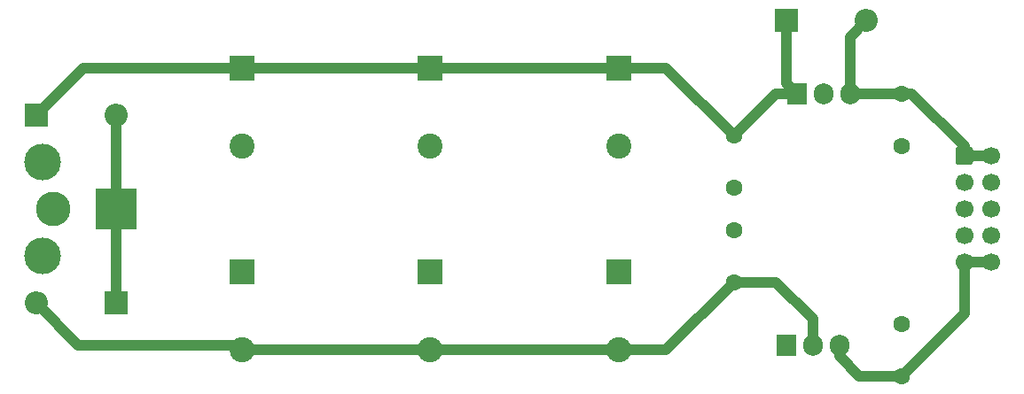
<source format=gbr>
%TF.GenerationSoftware,KiCad,Pcbnew,(5.1.9)-1*%
%TF.CreationDate,2021-02-16T12:42:14-08:00*%
%TF.ProjectId,Bipolar_PS,4269706f-6c61-4725-9f50-532e6b696361,rev?*%
%TF.SameCoordinates,Original*%
%TF.FileFunction,Copper,L1,Top*%
%TF.FilePolarity,Positive*%
%FSLAX46Y46*%
G04 Gerber Fmt 4.6, Leading zero omitted, Abs format (unit mm)*
G04 Created by KiCad (PCBNEW (5.1.9)-1) date 2021-02-16 12:42:14*
%MOMM*%
%LPD*%
G01*
G04 APERTURE LIST*
%TA.AperFunction,ComponentPad*%
%ADD10C,2.400000*%
%TD*%
%TA.AperFunction,ComponentPad*%
%ADD11R,2.400000X2.400000*%
%TD*%
%TA.AperFunction,ComponentPad*%
%ADD12C,1.600000*%
%TD*%
%TA.AperFunction,ComponentPad*%
%ADD13R,2.200000X2.200000*%
%TD*%
%TA.AperFunction,ComponentPad*%
%ADD14O,2.200000X2.200000*%
%TD*%
%TA.AperFunction,ComponentPad*%
%ADD15R,4.000000X4.000000*%
%TD*%
%TA.AperFunction,ComponentPad*%
%ADD16C,3.300000*%
%TD*%
%TA.AperFunction,ComponentPad*%
%ADD17C,3.500000*%
%TD*%
%TA.AperFunction,ComponentPad*%
%ADD18C,1.700000*%
%TD*%
%TA.AperFunction,ComponentPad*%
%ADD19O,1.905000X2.000000*%
%TD*%
%TA.AperFunction,ComponentPad*%
%ADD20R,1.905000X2.000000*%
%TD*%
%TA.AperFunction,Conductor*%
%ADD21C,1.000000*%
%TD*%
G04 APERTURE END LIST*
D10*
%TO.P,C1,2*%
%TO.N,GND*%
X150000000Y-109000000D03*
D11*
%TO.P,C1,1*%
%TO.N,Net-(C1-Pad1)*%
X150000000Y-101500000D03*
%TD*%
D10*
%TO.P,C2,2*%
%TO.N,Net-(C2-Pad2)*%
X114000000Y-128500000D03*
D11*
%TO.P,C2,1*%
%TO.N,GND*%
X114000000Y-121000000D03*
%TD*%
%TO.P,C3,1*%
%TO.N,Net-(C1-Pad1)*%
X114000000Y-101500000D03*
D10*
%TO.P,C3,2*%
%TO.N,GND*%
X114000000Y-109000000D03*
%TD*%
D11*
%TO.P,C4,1*%
%TO.N,GND*%
X132000000Y-121000000D03*
D10*
%TO.P,C4,2*%
%TO.N,Net-(C2-Pad2)*%
X132000000Y-128500000D03*
%TD*%
D11*
%TO.P,C5,1*%
%TO.N,Net-(C1-Pad1)*%
X132000000Y-101500000D03*
D10*
%TO.P,C5,2*%
%TO.N,GND*%
X132000000Y-109000000D03*
%TD*%
%TO.P,C6,2*%
%TO.N,Net-(C2-Pad2)*%
X150000000Y-128500000D03*
D11*
%TO.P,C6,1*%
%TO.N,GND*%
X150000000Y-121000000D03*
%TD*%
D12*
%TO.P,C7,1*%
%TO.N,Net-(C1-Pad1)*%
X161000000Y-108000000D03*
%TO.P,C7,2*%
%TO.N,GND*%
X161000000Y-113000000D03*
%TD*%
%TO.P,C8,1*%
%TO.N,GND*%
X161000000Y-117000000D03*
%TO.P,C8,2*%
%TO.N,Net-(C2-Pad2)*%
X161000000Y-122000000D03*
%TD*%
%TO.P,C9,2*%
%TO.N,GND*%
X177000000Y-109000000D03*
%TO.P,C9,1*%
%TO.N,Net-(C9-Pad1)*%
X177000000Y-104000000D03*
%TD*%
%TO.P,C10,2*%
%TO.N,Net-(C10-Pad2)*%
X177000000Y-131000000D03*
%TO.P,C10,1*%
%TO.N,GND*%
X177000000Y-126000000D03*
%TD*%
D13*
%TO.P,D1,1*%
%TO.N,Net-(C1-Pad1)*%
X94380000Y-106000000D03*
D14*
%TO.P,D1,2*%
%TO.N,Net-(D1-Pad2)*%
X102000000Y-106000000D03*
%TD*%
%TO.P,D2,2*%
%TO.N,Net-(C2-Pad2)*%
X94380000Y-124000000D03*
D13*
%TO.P,D2,1*%
%TO.N,Net-(D1-Pad2)*%
X102000000Y-124000000D03*
%TD*%
%TO.P,D3,1*%
%TO.N,Net-(C1-Pad1)*%
X166000000Y-97000000D03*
D14*
%TO.P,D3,2*%
%TO.N,Net-(C9-Pad1)*%
X173620000Y-97000000D03*
%TD*%
D15*
%TO.P,J1,1*%
%TO.N,Net-(D1-Pad2)*%
X102000000Y-115000000D03*
D16*
%TO.P,J1,2*%
%TO.N,GND*%
X96000000Y-115000000D03*
D17*
%TO.P,J1,MP*%
%TO.N,N/C*%
X95000000Y-110500000D03*
X95000000Y-119500000D03*
%TD*%
%TO.P,J2,1*%
%TO.N,Net-(C9-Pad1)*%
%TA.AperFunction,ComponentPad*%
G36*
G01*
X182150000Y-110520000D02*
X182150000Y-109320000D01*
G75*
G02*
X182400000Y-109070000I250000J0D01*
G01*
X183600000Y-109070000D01*
G75*
G02*
X183850000Y-109320000I0J-250000D01*
G01*
X183850000Y-110520000D01*
G75*
G02*
X183600000Y-110770000I-250000J0D01*
G01*
X182400000Y-110770000D01*
G75*
G02*
X182150000Y-110520000I0J250000D01*
G01*
G37*
%TD.AperFunction*%
D18*
%TO.P,J2,3*%
%TO.N,GND*%
X183000000Y-112460000D03*
%TO.P,J2,5*%
X183000000Y-115000000D03*
%TO.P,J2,7*%
X183000000Y-117540000D03*
%TO.P,J2,9*%
%TO.N,Net-(C10-Pad2)*%
X183000000Y-120080000D03*
%TO.P,J2,2*%
%TO.N,Net-(C9-Pad1)*%
X185540000Y-109920000D03*
%TO.P,J2,4*%
%TO.N,GND*%
X185540000Y-112460000D03*
%TO.P,J2,6*%
X185540000Y-115000000D03*
%TO.P,J2,8*%
X185540000Y-117540000D03*
%TO.P,J2,10*%
%TO.N,Net-(C10-Pad2)*%
X185540000Y-120080000D03*
%TD*%
D19*
%TO.P,U1,3*%
%TO.N,Net-(C9-Pad1)*%
X172080000Y-104000000D03*
%TO.P,U1,2*%
%TO.N,GND*%
X169540000Y-104000000D03*
D20*
%TO.P,U1,1*%
%TO.N,Net-(C1-Pad1)*%
X167000000Y-104000000D03*
%TD*%
%TO.P,U2,1*%
%TO.N,GND*%
X166000000Y-128000000D03*
D19*
%TO.P,U2,2*%
%TO.N,Net-(C2-Pad2)*%
X168540000Y-128000000D03*
%TO.P,U2,3*%
%TO.N,Net-(C10-Pad2)*%
X171080000Y-128000000D03*
%TD*%
D21*
%TO.N,Net-(C1-Pad1)*%
X166000000Y-103000000D02*
X167000000Y-104000000D01*
X166000000Y-97000000D02*
X166000000Y-103000000D01*
X165000000Y-104000000D02*
X161000000Y-108000000D01*
X167000000Y-104000000D02*
X165000000Y-104000000D01*
X154500000Y-101500000D02*
X161000000Y-108000000D01*
X150000000Y-101500000D02*
X154500000Y-101500000D01*
X150000000Y-101500000D02*
X132000000Y-101500000D01*
X132000000Y-101500000D02*
X114000000Y-101500000D01*
X98880000Y-101500000D02*
X94380000Y-106000000D01*
X114000000Y-101500000D02*
X98880000Y-101500000D01*
%TO.N,Net-(C2-Pad2)*%
X94380000Y-124000000D02*
X98380000Y-128000000D01*
X113500000Y-128000000D02*
X114000000Y-128500000D01*
X98380000Y-128000000D02*
X113500000Y-128000000D01*
X114000000Y-128500000D02*
X132000000Y-128500000D01*
X132000000Y-128500000D02*
X150000000Y-128500000D01*
X154500000Y-128500000D02*
X161000000Y-122000000D01*
X150000000Y-128500000D02*
X154500000Y-128500000D01*
X161000000Y-122000000D02*
X165000000Y-122000000D01*
X168540000Y-125540000D02*
X168540000Y-128000000D01*
X165000000Y-122000000D02*
X168540000Y-125540000D01*
%TO.N,Net-(C9-Pad1)*%
X185540000Y-109920000D02*
X183000000Y-109920000D01*
X183000000Y-109920000D02*
X183000000Y-109000000D01*
X178000000Y-104000000D02*
X177000000Y-104000000D01*
X183000000Y-109000000D02*
X178000000Y-104000000D01*
X177000000Y-104000000D02*
X172080000Y-104000000D01*
X172080000Y-98540000D02*
X173620000Y-97000000D01*
X172080000Y-104000000D02*
X172080000Y-98540000D01*
%TO.N,Net-(C10-Pad2)*%
X171080000Y-128000000D02*
X171080000Y-129080000D01*
X173000000Y-131000000D02*
X177000000Y-131000000D01*
X171080000Y-129080000D02*
X173000000Y-131000000D01*
X183000000Y-125000000D02*
X183000000Y-120080000D01*
X177000000Y-131000000D02*
X183000000Y-125000000D01*
X185540000Y-120080000D02*
X183000000Y-120080000D01*
%TO.N,Net-(D1-Pad2)*%
X102000000Y-115000000D02*
X102000000Y-124000000D01*
X102000000Y-115000000D02*
X102000000Y-106000000D01*
%TD*%
M02*

</source>
